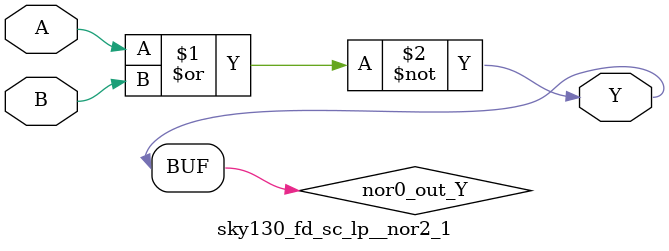
<source format=v>
/*
 * Copyright 2020 The SkyWater PDK Authors
 *
 * Licensed under the Apache License, Version 2.0 (the "License");
 * you may not use this file except in compliance with the License.
 * You may obtain a copy of the License at
 *
 *     https://www.apache.org/licenses/LICENSE-2.0
 *
 * Unless required by applicable law or agreed to in writing, software
 * distributed under the License is distributed on an "AS IS" BASIS,
 * WITHOUT WARRANTIES OR CONDITIONS OF ANY KIND, either express or implied.
 * See the License for the specific language governing permissions and
 * limitations under the License.
 *
 * SPDX-License-Identifier: Apache-2.0
*/


`ifndef SKY130_FD_SC_LP__NOR2_1_FUNCTIONAL_V
`define SKY130_FD_SC_LP__NOR2_1_FUNCTIONAL_V

/**
 * nor2: 2-input NOR.
 *
 * Verilog simulation functional model.
 */

`timescale 1ns / 1ps
`default_nettype none

`celldefine
module sky130_fd_sc_lp__nor2_1 (
    Y,
    A,
    B
);

    // Module ports
    output Y;
    input  A;
    input  B;

    // Local signals
    wire nor0_out_Y;

    //  Name  Output      Other arguments
    nor nor0 (nor0_out_Y, A, B           );
    buf buf0 (Y         , nor0_out_Y     );

endmodule
`endcelldefine

`default_nettype wire
`endif  // SKY130_FD_SC_LP__NOR2_1_FUNCTIONAL_V

</source>
